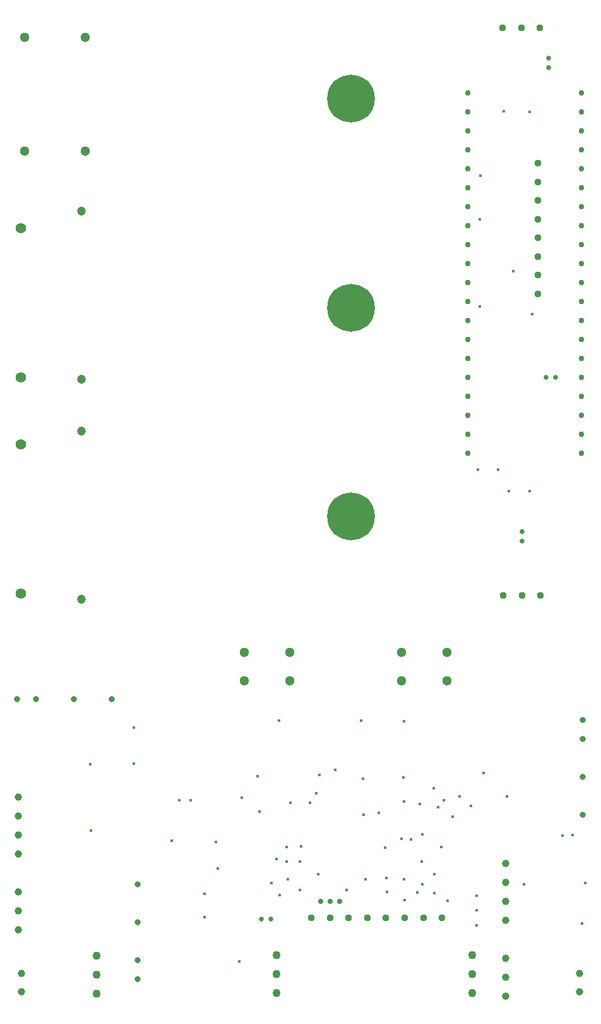
<source format=gbr>
%TF.GenerationSoftware,KiCad,Pcbnew,7.0.9*%
%TF.CreationDate,2024-01-28T15:24:31+05:30*%
%TF.ProjectId,Inverter,496e7665-7274-4657-922e-6b696361645f,rev?*%
%TF.SameCoordinates,Original*%
%TF.FileFunction,Plated,1,4,PTH,Drill*%
%TF.FilePolarity,Positive*%
%FSLAX46Y46*%
G04 Gerber Fmt 4.6, Leading zero omitted, Abs format (unit mm)*
G04 Created by KiCad (PCBNEW 7.0.9) date 2024-01-28 15:24:31*
%MOMM*%
%LPD*%
G01*
G04 APERTURE LIST*
%TA.AperFunction,ViaDrill*%
%ADD10C,0.400000*%
%TD*%
%TA.AperFunction,ComponentDrill*%
%ADD11C,0.650000*%
%TD*%
%TA.AperFunction,ComponentDrill*%
%ADD12C,0.700000*%
%TD*%
%TA.AperFunction,ComponentDrill*%
%ADD13C,0.762000*%
%TD*%
%TA.AperFunction,ComponentDrill*%
%ADD14C,0.800000*%
%TD*%
%TA.AperFunction,ComponentDrill*%
%ADD15C,0.950000*%
%TD*%
%TA.AperFunction,ComponentDrill*%
%ADD16C,1.000000*%
%TD*%
%TA.AperFunction,ComponentDrill*%
%ADD17C,1.100000*%
%TD*%
%TA.AperFunction,ComponentDrill*%
%ADD18C,1.200000*%
%TD*%
%TA.AperFunction,ComponentDrill*%
%ADD19C,1.300000*%
%TD*%
%TA.AperFunction,ComponentDrill*%
%ADD20C,1.400000*%
%TD*%
%TA.AperFunction,ComponentDrill*%
%ADD21C,6.400000*%
%TD*%
G04 APERTURE END LIST*
D10*
X26035000Y-130429000D03*
X26137000Y-139319000D03*
X31877000Y-125476000D03*
X31877000Y-130302000D03*
X36982400Y-140665200D03*
X37973000Y-135255000D03*
X39497000Y-135255000D03*
X41351200Y-147738700D03*
X41351200Y-150863700D03*
X42926000Y-140792200D03*
X43180000Y-144348200D03*
X46050600Y-156845000D03*
X46355000Y-134874000D03*
X48487500Y-131977500D03*
X48729500Y-136779000D03*
X50368200Y-146354800D03*
X51054000Y-143136900D03*
X51348000Y-124587000D03*
X51450000Y-147950000D03*
X52400200Y-141452600D03*
X52400200Y-143417800D03*
X52578000Y-145771100D03*
X52920645Y-135580944D03*
X54152800Y-147220100D03*
X54168098Y-143443200D03*
X54330600Y-141427200D03*
X55494201Y-135560703D03*
X56362600Y-134312400D03*
X56565800Y-145161000D03*
X56750000Y-131800000D03*
X58928000Y-131191000D03*
X60401200Y-147220100D03*
X62385200Y-124587000D03*
X62636400Y-132384800D03*
X62661800Y-137210800D03*
X62915800Y-145771100D03*
X64706100Y-136956800D03*
X65582800Y-141579600D03*
X65735200Y-145643600D03*
X65836800Y-147472400D03*
X67741800Y-140411200D03*
X68000000Y-132155300D03*
X68100000Y-124650000D03*
X68148200Y-135407400D03*
X68148200Y-145770600D03*
X68206000Y-148640800D03*
X69037200Y-140436600D03*
X69900800Y-147574000D03*
X70250000Y-135750000D03*
X70485000Y-143468600D03*
X70561200Y-139827000D03*
X70586600Y-146481800D03*
X72125898Y-133654800D03*
X72161400Y-147675600D03*
X72212200Y-145135600D03*
X72694800Y-136144000D03*
X73152000Y-141478000D03*
X73456800Y-135229600D03*
X74000000Y-148650000D03*
X74599800Y-137414000D03*
X75539600Y-134696200D03*
X77114400Y-135966200D03*
X77834600Y-148005800D03*
X77834600Y-149987000D03*
X77834600Y-151968200D03*
X78000000Y-90950000D03*
X78300000Y-57450000D03*
X78300000Y-69100000D03*
X78350000Y-51550000D03*
X78816200Y-131546600D03*
X80750000Y-90950000D03*
X81500000Y-42950000D03*
X81900000Y-134700000D03*
X82200000Y-93800000D03*
X82750000Y-64350000D03*
X84226400Y-146456400D03*
X84950000Y-43000000D03*
X84950000Y-93800000D03*
X85300000Y-70150000D03*
X89382600Y-140004800D03*
X90754200Y-139877800D03*
X91998800Y-151714200D03*
X92430600Y-146278600D03*
D11*
%TO.C,J9*%
X49000000Y-151150000D03*
X50270000Y-151150000D03*
%TO.C,J10*%
X83950000Y-99250000D03*
X83950000Y-100520000D03*
%TO.C,J8*%
X87150000Y-78550000D03*
%TO.C,J11*%
X87500000Y-35850000D03*
X87500000Y-37120000D03*
%TO.C,J8*%
X88420000Y-78550000D03*
D12*
%TO.C,J4*%
X56921400Y-148742400D03*
X58191400Y-148742400D03*
X59461400Y-148742400D03*
D13*
%TO.C,U9*%
X76680000Y-40470000D03*
X76680000Y-43010000D03*
X76680000Y-45550000D03*
X76680000Y-48090000D03*
X76680000Y-50630000D03*
X76680000Y-53170000D03*
X76680000Y-55710000D03*
X76680000Y-58250000D03*
X76680000Y-60790000D03*
X76680000Y-63330000D03*
X76680000Y-65870000D03*
X76680000Y-68410000D03*
X76680000Y-70950000D03*
X76680000Y-73490000D03*
X76680000Y-76030000D03*
X76680000Y-78570000D03*
X76680000Y-81110000D03*
X76680000Y-83650000D03*
X76680000Y-86190000D03*
X76680000Y-88730000D03*
X91920000Y-40470000D03*
X91920000Y-43010000D03*
X91920000Y-45550000D03*
X91920000Y-48090000D03*
X91920000Y-50630000D03*
X91920000Y-53170000D03*
X91920000Y-55710000D03*
X91920000Y-58250000D03*
X91920000Y-60790000D03*
X91920000Y-63330000D03*
X91920000Y-65870000D03*
X91920000Y-68410000D03*
X91920000Y-70950000D03*
X91920000Y-73490000D03*
X91920000Y-76030000D03*
X91920000Y-78570000D03*
X91920000Y-81110000D03*
X91920000Y-83650000D03*
X91920000Y-86190000D03*
X91920000Y-88730000D03*
D14*
%TO.C,IC3*%
X16256000Y-121666000D03*
X18796000Y-121666000D03*
X23876000Y-121666000D03*
X28956000Y-121666000D03*
%TO.C,IC2*%
X32411800Y-146528200D03*
X32411800Y-151608200D03*
X32411800Y-156688200D03*
X32411800Y-159228200D03*
%TO.C,IC4*%
X92075000Y-124460000D03*
X92075000Y-127000000D03*
X92075000Y-132080000D03*
X92075000Y-137160000D03*
D15*
%TO.C,J2*%
X55706000Y-150977600D03*
X58206000Y-150977600D03*
X60706000Y-150977600D03*
X63206000Y-150977600D03*
X65706000Y-150977600D03*
X68206000Y-150977600D03*
X70706000Y-150977600D03*
X73206000Y-150977600D03*
%TO.C,J7*%
X81350000Y-31800000D03*
%TO.C,J6*%
X81450000Y-107800000D03*
%TO.C,J7*%
X83850000Y-31800000D03*
%TO.C,J6*%
X83950000Y-107800000D03*
%TO.C,J5*%
X86100000Y-49900000D03*
X86100000Y-52400000D03*
X86100000Y-54900000D03*
X86100000Y-57400000D03*
X86100000Y-59900000D03*
X86100000Y-62400000D03*
X86100000Y-64900000D03*
X86100000Y-67400000D03*
%TO.C,J7*%
X86350000Y-31800000D03*
%TO.C,J6*%
X86450000Y-107800000D03*
D16*
%TO.C,PS1*%
X16365000Y-134815500D03*
X16365000Y-137355500D03*
X16365000Y-139895500D03*
X16365000Y-142435500D03*
X16365000Y-147515500D03*
X16365000Y-150055500D03*
X16365000Y-152595500D03*
%TO.C,J1*%
X16835800Y-158414400D03*
X16835800Y-160914400D03*
%TO.C,PS2*%
X81744600Y-143654700D03*
X81744600Y-146194700D03*
X81744600Y-148734700D03*
X81744600Y-151274700D03*
X81744600Y-156354700D03*
X81744600Y-158894700D03*
X81744600Y-161434700D03*
%TO.C,J3*%
X91622200Y-158414400D03*
X91622200Y-160914400D03*
D17*
%TO.C,U1*%
X26873200Y-156032200D03*
X26873200Y-158572200D03*
X26873200Y-161112200D03*
%TO.C,U3*%
X50977800Y-155981400D03*
X50977800Y-158521400D03*
X50977800Y-161061400D03*
%TO.C,U2*%
X77266800Y-155994500D03*
X77266800Y-158534500D03*
X77266800Y-161074500D03*
D18*
%TO.C,C25*%
X24892000Y-56314000D03*
X24892000Y-78814000D03*
%TO.C,C24*%
X24892000Y-85778000D03*
X24892000Y-108278000D03*
D19*
%TO.C,D7*%
X17272000Y-33020000D03*
X17272000Y-48260000D03*
%TO.C,D8*%
X25400000Y-33020000D03*
X25400000Y-48260000D03*
%TO.C,U7*%
X46659800Y-115402800D03*
X46659800Y-119212800D03*
X52755800Y-115402800D03*
X52755800Y-119212800D03*
X67741800Y-115402800D03*
X67741800Y-119212800D03*
X73837800Y-115402800D03*
X73837800Y-119212800D03*
D20*
%TO.C,R5*%
X16764000Y-58580000D03*
X16764000Y-78580000D03*
%TO.C,R6*%
X16764000Y-87536000D03*
X16764000Y-107536000D03*
D21*
%TO.C,U7*%
X61010800Y-41249800D03*
X61010800Y-69249800D03*
X61010800Y-97249800D03*
M02*

</source>
